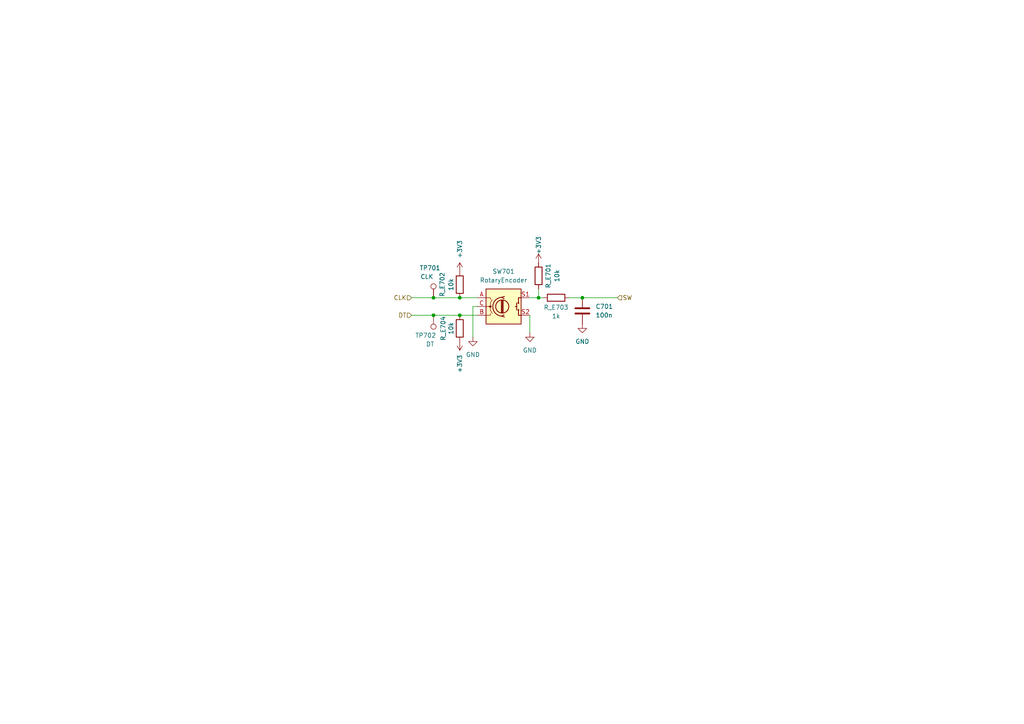
<source format=kicad_sch>
(kicad_sch (version 20231120) (generator "eeschema") (generator_version "8.0")
  (paper "A4")
  (lib_symbols
    (symbol "Connector:TestPoint" (pin_numbers hide) (pin_names (offset 0.762) hide)
      (property "Reference" "TP" (at 0 6.858 0))
      (property "Value" "TestPoint" (at 0 5.08 0))
      (symbol "TestPoint_0_1"
        (circle (center 0 3.302) (radius 0.762))
      )
      (symbol "TestPoint_1_1"
        (pin passive line (at 0 0 90) (length 2.54) (name "1") (number "1"))
      )
    )
    (symbol "Device:C" (pin_numbers hide) (pin_names (offset 0.254))
      (property "Reference" "C" (at 0.635 2.54 0))
      (property "Value" "C" (at 0.635 -2.54 0))
      (symbol "C_0_1"
        (polyline (pts (xy -2.032 -0.762) (xy 2.032 -0.762)) (stroke (width 0.508)))
        (polyline (pts (xy -2.032 0.762) (xy 2.032 0.762)) (stroke (width 0.508)))
      )
      (symbol "C_1_1"
        (pin passive line (at 0 3.81 270) (length 2.794) (name "~") (number "1"))
        (pin passive line (at 0 -3.81 90) (length 2.794) (name "~") (number "2"))
      )
    )
    (symbol "Device:R" (pin_numbers hide) (pin_names (offset 0))
      (property "Reference" "R" (at 2.032 0 90))
      (property "Value" "R" (at 0 0 90))
      (symbol "R_0_1"
        (rectangle (start -1.016 -2.54) (end 1.016 2.54) (stroke (width 0.254)))
      )
      (symbol "R_1_1"
        (pin passive line (at 0 3.81 270) (length 1.27) (name "~") (number "1"))
        (pin passive line (at 0 -3.81 90) (length 1.27) (name "~") (number "2"))
      )
    )
    (symbol "Device:RotaryEncoder_Switch" (pin_names (offset 0.254) hide)
      (property "Reference" "SW" (at 0 6.604 0))
      (property "Value" "RotaryEncoder_Switch" (at 0 -6.604 0))
      (symbol "RotaryEncoder_Switch_0_1"
        (rectangle (start -5.08 5.08) (end 5.08 -5.08) (stroke (width 0.254)) (fill (type background)))
        (circle (center -3.81 0) (radius 0.254) (fill (type outline)))
        (circle (center -0.381 0) (radius 1.905) (stroke (width 0.254)))
        (arc (start -0.381 2.667) (mid -3.0988 -0.0635) (end -0.381 -2.794) (stroke (width 0.254)))
        (polyline (pts (xy -0.635 -1.778) (xy -0.635 1.778)) (stroke (width 0.254)))
        (polyline (pts (xy -0.381 -1.778) (xy -0.381 1.778)) (stroke (width 0.254)))
        (polyline (pts (xy -0.127 1.778) (xy -0.127 -1.778)) (stroke (width 0.254)))
        (polyline (pts (xy 3.81 0) (xy 3.429 0)) (stroke (width 0.254)))
        (polyline (pts (xy 3.81 1.016) (xy 3.81 -1.016)) (stroke (width 0.254)))
        (polyline (pts (xy -5.08 -2.54) (xy -3.81 -2.54) (xy -3.81 -2.032)))
        (polyline (pts (xy -5.08 2.54) (xy -3.81 2.54) (xy -3.81 2.032)))
        (polyline (pts (xy 0.254 -3.048) (xy -0.508 -2.794) (xy 0.127 -2.413)) (stroke (width 0.254)))
        (polyline (pts (xy 0.254 2.921) (xy -0.508 2.667) (xy 0.127 2.286)) (stroke (width 0.254)))
        (polyline (pts (xy 5.08 -2.54) (xy 4.318 -2.54) (xy 4.318 -1.016)) (stroke (width 0.254)))
        (polyline (pts (xy 5.08 2.54) (xy 4.318 2.54) (xy 4.318 1.016)) (stroke (width 0.254)))
        (polyline (pts (xy -5.08 0) (xy -3.81 0) (xy -3.81 -1.016) (xy -3.302 -2.032)))
        (polyline (pts (xy -4.318 0) (xy -3.81 0) (xy -3.81 1.016) (xy -3.302 2.032)))
        (circle (center 4.318 -1.016) (radius 0.127) (stroke (width 0.254)))
        (circle (center 4.318 1.016) (radius 0.127) (stroke (width 0.254)))
      )
      (symbol "RotaryEncoder_Switch_1_1"
        (pin passive line (at -7.62 2.54 0) (length 2.54) (name "A") (number "A"))
        (pin passive line (at -7.62 -2.54 0) (length 2.54) (name "B") (number "B"))
        (pin passive line (at -7.62 0 0) (length 2.54) (name "C") (number "C"))
        (pin passive line (at 7.62 2.54 180) (length 2.54) (name "S1") (number "S1"))
        (pin passive line (at 7.62 -2.54 180) (length 2.54) (name "S2") (number "S2"))
      )
    )
    (symbol "power:+3V3" (power) (pin_numbers hide) (pin_names (offset 0) hide)
      (property "Value" "+3V3" (at 0 3.556 0))
      (symbol "+3V3_0_1"
        (polyline (pts (xy -0.762 1.27) (xy 0 2.54)))
        (polyline (pts (xy 0 0) (xy 0 2.54)))
        (polyline (pts (xy 0 2.54) (xy 0.762 1.27)))
      )
      (symbol "+3V3_1_1"
        (pin power_in line (at 0 0 90) (length 0) (name "~") (number "1"))
      )
    )
    (symbol "power:GND" (power) (pin_numbers hide) (pin_names (offset 0) hide)
      (property "Value" "GND" (at 0 -3.81 0))
      (symbol "GND_0_1"
        (polyline (pts (xy 0 0) (xy 0 -1.27) (xy 1.27 -1.27) (xy 0 -2.54) (xy -1.27 -1.27) (xy 0 -1.27)))
      )
      (symbol "GND_1_1"
        (pin power_in line (at 0 0 270) (length 0) (name "~") (number "1"))
      )
    )
  )
  (junction (at 125.73 86.36))
  (junction (at 125.73 91.44))
  (junction (at 168.91 86.36))
  (junction (at 133.35 86.36))
  (junction (at 156.21 86.36))
  (junction (at 133.35 91.44))
  (wire (pts (xy 156.21 86.36) (xy 153.67 86.36)))
  (wire (pts (xy 125.73 86.36) (xy 133.35 86.36)))
  (wire (pts (xy 153.67 96.52) (xy 153.67 91.44)))
  (wire (pts (xy 138.43 91.44) (xy 133.35 91.44)))
  (wire (pts (xy 137.16 97.79) (xy 137.16 88.9)))
  (wire (pts (xy 125.73 91.44) (xy 133.35 91.44)))
  (wire (pts (xy 168.91 86.36) (xy 179.07 86.36)))
  (wire (pts (xy 133.35 86.36) (xy 138.43 86.36)))
  (wire (pts (xy 165.1 86.36) (xy 168.91 86.36)))
  (wire (pts (xy 156.21 83.82) (xy 156.21 86.36)))
  (wire (pts (xy 119.38 86.36) (xy 125.73 86.36)))
  (wire (pts (xy 119.38 91.44) (xy 125.73 91.44)))
  (wire (pts (xy 137.16 88.9) (xy 138.43 88.9)))
  (wire (pts (xy 156.21 86.36) (xy 157.48 86.36)))
  (hierarchical_label "DT" (shape input) (at 119.38 91.44 180))
  (hierarchical_label "CLK" (shape input) (at 119.38 86.36 180))
  (hierarchical_label "SW" (shape input) (at 179.07 86.36 0))
  (symbol (lib_id "Device:R") (at 156.21 80.01 180) (unit 1)
    (property "Reference" "R_E701" (at 159.004 80.01 90))
    (property "Value" "10k" (at 161.544 80.01 90))
    (property "Footprint" "Resistor_SMD:R_0805_2012Metric_Pad1.20x1.40mm_HandSolder" (effects (hide yes)))
    (property "Description" "Resistor" (effects (hide yes)))
  )
  (symbol (lib_id "Device:R") (at 161.29 86.36 90) (unit 1)
    (property "Reference" "R_E703" (at 161.29 89.154 90))
    (property "Value" "1k" (at 161.29 91.694 90))
    (property "Footprint" "Resistor_SMD:R_0805_2012Metric_Pad1.20x1.40mm_HandSolder" (effects (hide yes)))
    (property "Description" "Resistor" (effects (hide yes)))
  )
  (symbol (lib_id "Connector:TestPoint") (at 125.73 86.36 0) (unit 1)
    (property "Reference" "TP701" (at 121.666 77.724 0) (effects (justify left)))
    (property "Value" "CLK" (at 121.92 80.264 0) (effects (justify left)))
    (property "Footprint" "TestPoint:TestPoint_Pad_D1.5mm" (effects (hide yes)))
    (property "Description" "test point" (effects (hide yes)))
  )
  (symbol (lib_id "power:+3V3") (at 133.35 99.06 180) (unit 1)
    (property "Reference" "#PWR0706" (effects (hide yes)))
    (property "Value" "+3V3" (at 133.3501 102.87 90) (effects (justify left)))
    (property "Description" "Power symbol creates a global label with name \"+3V3\"" (effects (hide yes)))
  )
  (symbol (lib_id "Device:RotaryEncoder_Switch") (at 146.05 88.9 0) (unit 1)
    (property "Reference" "SW701" (at 146.05 78.74 0))
    (property "Value" "RotaryEncoder" (at 146.05 81.28 0))
    (property "Footprint" "Rotary_Encoder:RotaryEncoder_Alps_EC12E-Switch_Vertical_H20mm_CircularMountingHoles" (effects (hide yes)))
    (property "Description" "Rotary encoder, dual channel, incremental quadrate outputs, with switch" (effects (hide yes)))
  )
  (symbol (lib_id "Connector:TestPoint") (at 125.73 91.44 180) (unit 1)
    (property "Reference" "TP702" (at 126.492 97.282 0) (effects (justify left)))
    (property "Value" "DT" (at 125.984 99.822 0) (effects (justify left)))
    (property "Footprint" "TestPoint:TestPoint_Pad_D1.5mm" (effects (hide yes)))
    (property "Description" "test point" (effects (hide yes)))
  )
  (symbol (lib_id "power:+3V3") (at 156.21 76.2 0) (unit 1)
    (property "Reference" "#PWR0701" (effects (hide yes)))
    (property "Value" "+3V3" (at 156.21 71.12 90))
    (property "Description" "Power symbol creates a global label with name \"+3V3\"" (effects (hide yes)))
  )
  (symbol (lib_id "power:GND") (at 153.67 96.52 0) (unit 1)
    (property "Reference" "#PWR0704" (effects (hide yes)))
    (property "Value" "GND" (at 153.67 101.6 0))
    (property "Description" "Power symbol creates a global label with name \"GND\" , ground" (effects (hide yes)))
  )
  (symbol (lib_id "Device:R") (at 133.35 82.55 180) (unit 1)
    (property "Reference" "R_E702" (at 128.27 82.55 90))
    (property "Value" "10k" (at 130.81 82.55 90))
    (property "Footprint" "Resistor_SMD:R_0805_2012Metric_Pad1.20x1.40mm_HandSolder" (effects (hide yes)))
    (property "Description" "Resistor" (effects (hide yes)))
  )
  (symbol (lib_id "Device:C") (at 168.91 90.17 0) (unit 1)
    (property "Reference" "C701" (at 172.72 88.8999 0) (effects (justify left)))
    (property "Value" "100n" (at 172.72 91.4399 0) (effects (justify left)))
    (property "Footprint" "Capacitor_SMD:C_0603_1608Metric_Pad1.08x0.95mm_HandSolder" (effects (hide yes)))
    (property "Description" "Unpolarized capacitor" (effects (hide yes)))
  )
  (symbol (lib_id "power:GND") (at 137.16 97.79 0) (unit 1)
    (property "Reference" "#PWR0705" (effects (hide yes)))
    (property "Value" "GND" (at 137.16 102.87 0))
    (property "Description" "Power symbol creates a global label with name \"GND\" , ground" (effects (hide yes)))
  )
  (symbol (lib_id "power:+3V3") (at 133.35 78.74 0) (unit 1)
    (property "Reference" "#PWR0702" (effects (hide yes)))
    (property "Value" "+3V3" (at 133.3499 74.93 90) (effects (justify left)))
    (property "Description" "Power symbol creates a global label with name \"+3V3\"" (effects (hide yes)))
  )
  (symbol (lib_id "Device:R") (at 133.35 95.25 0) (unit 1)
    (property "Reference" "R_E704" (at 128.524 95.25 90))
    (property "Value" "10k" (at 130.81 95.25 90))
    (property "Footprint" "Resistor_SMD:R_0805_2012Metric_Pad1.20x1.40mm_HandSolder" (effects (hide yes)))
    (property "Description" "Resistor" (effects (hide yes)))
  )
  (symbol (lib_id "power:GND") (at 168.91 93.98 0) (unit 1)
    (property "Reference" "#PWR0703" (effects (hide yes)))
    (property "Value" "GND" (at 168.91 99.06 0))
    (property "Description" "Power symbol creates a global label with name \"GND\" , ground" (effects (hide yes)))
  )
)
</source>
